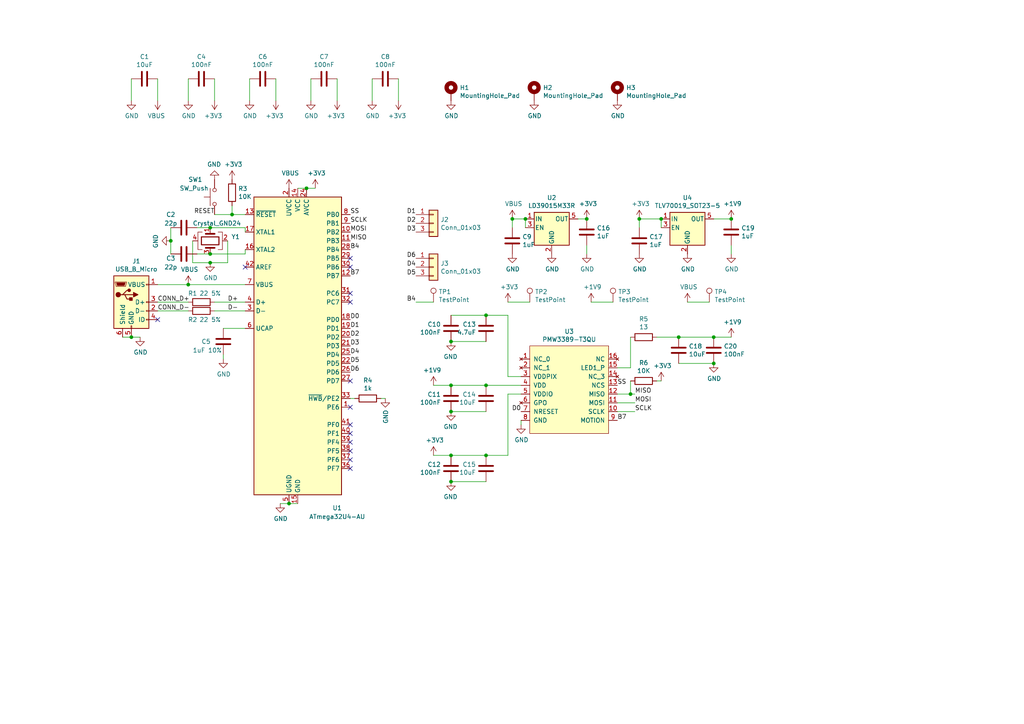
<source format=kicad_sch>
(kicad_sch (version 20211123) (generator eeschema)
  (paper "A4")
  (lib_symbols
    (symbol "Connector:TestPoint" (pin_numbers hide) (pin_names (offset 0.762) hide)
      (property "Reference" "TP" (at 0 6.858 0))
      (property "Value" "TestPoint" (at 0 5.08 0))
      (symbol "TestPoint_0_1"
        (circle (center 0 3.302) (radius 0.762))
      )
      (symbol "TestPoint_1_1"
        (pin passive line (at 0 0 90) (length 2.54) (name "1") (number "1"))
      )
    )
    (symbol "Connector:USB_B_Micro" (pin_names (offset 1.016))
      (property "Reference" "J" (at -5.08 11.43 0))
      (property "Value" "USB_B_Micro" (at -5.08 8.89 0))
      (symbol "USB_B_Micro_0_1"
        (rectangle (start -5.08 -7.62) (end 5.08 7.62) (stroke (width 0.254)) (fill (type background)))
        (circle (center -3.81 2.159) (radius 0.635) (stroke (width 0.254)) (fill (type outline)))
        (circle (center -0.635 3.429) (radius 0.381) (stroke (width 0.254)) (fill (type outline)))
        (rectangle (start -0.127 -7.62) (end 0.127 -6.858))
        (polyline (pts (xy -1.905 2.159) (xy 0.635 2.159)) (stroke (width 0.254)))
        (polyline (pts (xy -3.175 2.159) (xy -2.54 2.159) (xy -1.27 3.429) (xy -0.635 3.429)) (stroke (width 0.254)))
        (polyline (pts (xy -2.54 2.159) (xy -1.905 2.159) (xy -1.27 0.889) (xy 0 0.889)) (stroke (width 0.254)))
        (polyline (pts (xy 0.635 2.794) (xy 0.635 1.524) (xy 1.905 2.159) (xy 0.635 2.794)) (stroke (width 0.254)) (fill (type outline)))
        (polyline (pts (xy -4.318 5.588) (xy -1.778 5.588) (xy -2.032 4.826) (xy -4.064 4.826) (xy -4.318 5.588)) (fill (type outline)))
        (polyline (pts (xy -4.699 5.842) (xy -4.699 5.588) (xy -4.445 4.826) (xy -4.445 4.572) (xy -1.651 4.572) (xy -1.651 4.826) (xy -1.397 5.588) (xy -1.397 5.842) (xy -4.699 5.842)))
        (rectangle (start 0.254 1.27) (end -0.508 0.508) (stroke (width 0.254)) (fill (type outline)))
        (rectangle (start 5.08 -5.207) (end 4.318 -4.953))
        (rectangle (start 5.08 -2.667) (end 4.318 -2.413))
        (rectangle (start 5.08 -0.127) (end 4.318 0.127))
        (rectangle (start 5.08 4.953) (end 4.318 5.207))
      )
      (symbol "USB_B_Micro_1_1"
        (pin power_out line (at 7.62 5.08 180) (length 2.54) (name "VBUS") (number "1"))
        (pin bidirectional line (at 7.62 -2.54 180) (length 2.54) (name "D-") (number "2"))
        (pin bidirectional line (at 7.62 0 180) (length 2.54) (name "D+") (number "3"))
        (pin passive line (at 7.62 -5.08 180) (length 2.54) (name "ID") (number "4"))
        (pin power_out line (at 0 -10.16 90) (length 2.54) (name "GND") (number "5"))
        (pin passive line (at -2.54 -10.16 90) (length 2.54) (name "Shield") (number "6"))
      )
    )
    (symbol "Connector_Generic:Conn_01x03" (pin_names (offset 1.016) hide)
      (property "Reference" "J" (at 0 5.08 0))
      (property "Value" "Conn_01x03" (at 0 -5.08 0))
      (symbol "Conn_01x03_1_1"
        (rectangle (start -1.27 -2.413) (end 0 -2.667) (stroke (width 0.1524)))
        (rectangle (start -1.27 0.127) (end 0 -0.127) (stroke (width 0.1524)))
        (rectangle (start -1.27 2.667) (end 0 2.413) (stroke (width 0.1524)))
        (rectangle (start -1.27 3.81) (end 1.27 -3.81) (stroke (width 0.254)) (fill (type background)))
        (pin passive line (at -5.08 2.54 0) (length 3.81) (name "Pin_1") (number "1"))
        (pin passive line (at -5.08 0 0) (length 3.81) (name "Pin_2") (number "2"))
        (pin passive line (at -5.08 -2.54 0) (length 3.81) (name "Pin_3") (number "3"))
      )
    )
    (symbol "Custom:+1V9" (power) (pin_names (offset 0))
      (property "Value" "+1V9" (at 0 3.556 0))
      (symbol "+1V9_0_1"
        (polyline (pts (xy -0.762 1.27) (xy 0 2.54)))
        (polyline (pts (xy 0 0) (xy 0 2.54)))
        (polyline (pts (xy 0 2.54) (xy 0.762 1.27)))
      )
      (symbol "+1V9_1_1"
        (pin power_in line (at 0 0 90) (length 0) hide (name "+1V9") (number "1"))
      )
    )
    (symbol "Custom:PMW3389-T3QU" (pin_names (offset 1.016))
      (property "Reference" "U" (at 0 13.97 0))
      (property "Value" "PMW3389-T3QU" (at 0 16.51 0))
      (symbol "PMW3389-T3QU_0_1"
        (rectangle (start -11.43 11.43) (end 11.43 -13.97) (fill (type background)))
      )
      (symbol "PMW3389-T3QU_1_1"
        (pin no_connect line (at -13.97 7.62 0) (length 2.54) (name "NC_0") (number "1"))
        (pin input line (at 13.97 -7.62 180) (length 2.54) (name "SCLK") (number "10"))
        (pin input line (at 13.97 -5.08 180) (length 2.54) (name "MOSI") (number "11"))
        (pin output line (at 13.97 -2.54 180) (length 2.54) (name "MISO") (number "12"))
        (pin input line (at 13.97 0 180) (length 2.54) (name "NCS") (number "13"))
        (pin no_connect line (at 13.97 2.54 180) (length 2.54) (name "NC_3") (number "14"))
        (pin input line (at 13.97 5.08 180) (length 2.54) (name "LED1_P") (number "15"))
        (pin no_connect line (at 13.97 7.62 180) (length 2.54) (name "NC") (number "16"))
        (pin no_connect line (at -13.97 5.08 0) (length 2.54) (name "NC_1") (number "2"))
        (pin output line (at -13.97 2.54 0) (length 2.54) (name "VDDPIX") (number "3"))
        (pin power_in line (at -13.97 0 0) (length 2.54) (name "VDD") (number "4"))
        (pin power_in line (at -13.97 -2.54 0) (length 2.54) (name "VDDIO") (number "5"))
        (pin no_connect line (at -13.97 -5.08 0) (length 2.54) (name "GPO") (number "6"))
        (pin input line (at -13.97 -7.62 0) (length 2.54) (name "NRESET") (number "7"))
        (pin power_in line (at -13.97 -10.16 0) (length 2.54) (name "GND") (number "8"))
        (pin output line (at 13.97 -10.16 180) (length 2.54) (name "MOTION") (number "9"))
      )
    )
    (symbol "Device:C" (pin_numbers hide) (pin_names (offset 0.254))
      (property "Reference" "C" (at 0.635 2.54 0))
      (property "Value" "C" (at 0.635 -2.54 0))
      (symbol "C_0_1"
        (polyline (pts (xy -2.032 -0.762) (xy 2.032 -0.762)) (stroke (width 0.508)))
        (polyline (pts (xy -2.032 0.762) (xy 2.032 0.762)) (stroke (width 0.508)))
      )
      (symbol "C_1_1"
        (pin passive line (at 0 3.81 270) (length 2.794) (name "~") (number "1"))
        (pin passive line (at 0 -3.81 90) (length 2.794) (name "~") (number "2"))
      )
    )
    (symbol "Device:Crystal_GND24" (pin_names (offset 1.016) hide)
      (property "Reference" "Y" (at 3.175 5.08 0))
      (property "Value" "Crystal_GND24" (at 3.175 3.175 0))
      (symbol "Crystal_GND24_0_1"
        (rectangle (start -1.143 2.54) (end 1.143 -2.54) (stroke (width 0.3048)))
        (polyline (pts (xy -2.54 0) (xy -2.032 0)))
        (polyline (pts (xy -2.032 -1.27) (xy -2.032 1.27)) (stroke (width 0.508)))
        (polyline (pts (xy 0 -3.81) (xy 0 -3.556)))
        (polyline (pts (xy 0 3.556) (xy 0 3.81)))
        (polyline (pts (xy 2.032 -1.27) (xy 2.032 1.27)) (stroke (width 0.508)))
        (polyline (pts (xy 2.032 0) (xy 2.54 0)))
        (polyline (pts (xy -2.54 -2.286) (xy -2.54 -3.556) (xy 2.54 -3.556) (xy 2.54 -2.286)))
        (polyline (pts (xy -2.54 2.286) (xy -2.54 3.556) (xy 2.54 3.556) (xy 2.54 2.286)))
      )
      (symbol "Crystal_GND24_1_1"
        (pin passive line (at -3.81 0 0) (length 1.27) (name "1") (number "1"))
        (pin passive line (at 0 5.08 270) (length 1.27) (name "2") (number "2"))
        (pin passive line (at 3.81 0 180) (length 1.27) (name "3") (number "3"))
        (pin passive line (at 0 -5.08 90) (length 1.27) (name "4") (number "4"))
      )
    )
    (symbol "Device:R" (pin_numbers hide) (pin_names (offset 0))
      (property "Reference" "R" (at 2.032 0 90))
      (property "Value" "R" (at 0 0 90))
      (symbol "R_0_1"
        (rectangle (start -1.016 -2.54) (end 1.016 2.54) (stroke (width 0.254)))
      )
      (symbol "R_1_1"
        (pin passive line (at 0 3.81 270) (length 1.27) (name "~") (number "1"))
        (pin passive line (at 0 -3.81 90) (length 1.27) (name "~") (number "2"))
      )
    )
    (symbol "MCU_Microchip_ATmega:ATmega32U4-A"
      (property "Reference" "U" (at -12.7 44.45 0))
      (property "Value" "ATmega32U4-A" (at 2.54 -44.45 0))
      (symbol "ATmega32U4-A_0_1"
        (rectangle (start -12.7 -43.18) (end 12.7 43.18) (stroke (width 0.254)) (fill (type background)))
      )
      (symbol "ATmega32U4-A_1_1"
        (pin bidirectional line (at 15.24 -17.78 180) (length 2.54) (name "PE6") (number "1"))
        (pin bidirectional line (at 15.24 33.02 180) (length 2.54) (name "PB2") (number "10"))
        (pin bidirectional line (at 15.24 30.48 180) (length 2.54) (name "PB3") (number "11"))
        (pin bidirectional line (at 15.24 20.32 180) (length 2.54) (name "PB7") (number "12"))
        (pin input line (at -15.24 38.1 0) (length 2.54) (name "~{RESET}") (number "13"))
        (pin power_in line (at 0 45.72 270) (length 2.54) (name "VCC") (number "14"))
        (pin power_in line (at 0 -45.72 90) (length 2.54) (name "GND") (number "15"))
        (pin output line (at -15.24 27.94 0) (length 2.54) (name "XTAL2") (number "16"))
        (pin input line (at -15.24 33.02 0) (length 2.54) (name "XTAL1") (number "17"))
        (pin bidirectional line (at 15.24 7.62 180) (length 2.54) (name "PD0") (number "18"))
        (pin bidirectional line (at 15.24 5.08 180) (length 2.54) (name "PD1") (number "19"))
        (pin power_in line (at -2.54 45.72 270) (length 2.54) (name "UVCC") (number "2"))
        (pin bidirectional line (at 15.24 2.54 180) (length 2.54) (name "PD2") (number "20"))
        (pin bidirectional line (at 15.24 0 180) (length 2.54) (name "PD3") (number "21"))
        (pin bidirectional line (at 15.24 -5.08 180) (length 2.54) (name "PD5") (number "22"))
        (pin passive line (at 0 -45.72 90) (length 2.54) hide (name "GND") (number "23"))
        (pin power_in line (at 2.54 45.72 270) (length 2.54) (name "AVCC") (number "24"))
        (pin bidirectional line (at 15.24 -2.54 180) (length 2.54) (name "PD4") (number "25"))
        (pin bidirectional line (at 15.24 -7.62 180) (length 2.54) (name "PD6") (number "26"))
        (pin bidirectional line (at 15.24 -10.16 180) (length 2.54) (name "PD7") (number "27"))
        (pin bidirectional line (at 15.24 27.94 180) (length 2.54) (name "PB4") (number "28"))
        (pin bidirectional line (at 15.24 25.4 180) (length 2.54) (name "PB5") (number "29"))
        (pin bidirectional line (at -15.24 10.16 0) (length 2.54) (name "D-") (number "3"))
        (pin bidirectional line (at 15.24 22.86 180) (length 2.54) (name "PB6") (number "30"))
        (pin bidirectional line (at 15.24 15.24 180) (length 2.54) (name "PC6") (number "31"))
        (pin bidirectional line (at 15.24 12.7 180) (length 2.54) (name "PC7") (number "32"))
        (pin bidirectional line (at 15.24 -15.24 180) (length 2.54) (name "~{HWB}/PE2") (number "33"))
        (pin passive line (at 0 45.72 270) (length 2.54) hide (name "VCC") (number "34"))
        (pin passive line (at 0 -45.72 90) (length 2.54) hide (name "GND") (number "35"))
        (pin bidirectional line (at 15.24 -35.56 180) (length 2.54) (name "PF7") (number "36"))
        (pin bidirectional line (at 15.24 -33.02 180) (length 2.54) (name "PF6") (number "37"))
        (pin bidirectional line (at 15.24 -30.48 180) (length 2.54) (name "PF5") (number "38"))
        (pin bidirectional line (at 15.24 -27.94 180) (length 2.54) (name "PF4") (number "39"))
        (pin bidirectional line (at -15.24 12.7 0) (length 2.54) (name "D+") (number "4"))
        (pin bidirectional line (at 15.24 -25.4 180) (length 2.54) (name "PF1") (number "40"))
        (pin bidirectional line (at 15.24 -22.86 180) (length 2.54) (name "PF0") (number "41"))
        (pin passive line (at -15.24 22.86 0) (length 2.54) (name "AREF") (number "42"))
        (pin passive line (at 0 -45.72 90) (length 2.54) hide (name "GND") (number "43"))
        (pin passive line (at 2.54 45.72 270) (length 2.54) hide (name "AVCC") (number "44"))
        (pin passive line (at -2.54 -45.72 90) (length 2.54) (name "UGND") (number "5"))
        (pin passive line (at -15.24 5.08 0) (length 2.54) (name "UCAP") (number "6"))
        (pin input line (at -15.24 17.78 0) (length 2.54) (name "VBUS") (number "7"))
        (pin bidirectional line (at 15.24 38.1 180) (length 2.54) (name "PB0") (number "8"))
        (pin bidirectional line (at 15.24 35.56 180) (length 2.54) (name "PB1") (number "9"))
      )
    )
    (symbol "Mechanical:MountingHole_Pad" (pin_numbers hide) (pin_names (offset 1.016) hide)
      (property "Reference" "H" (at 0 6.35 0))
      (property "Value" "MountingHole_Pad" (at 0 4.445 0))
      (symbol "MountingHole_Pad_0_1"
        (circle (center 0 1.27) (radius 1.27) (stroke (width 1.27)))
      )
      (symbol "MountingHole_Pad_1_1"
        (pin input line (at 0 -2.54 90) (length 2.54) (name "1") (number "1"))
      )
    )
    (symbol "Regulator_Linear:LD39015M33R" (pin_names (offset 0.254))
      (property "Reference" "U" (at -3.81 5.715 0))
      (property "Value" "LD39015M33R" (at 0 5.715 0))
      (symbol "LD39015M33R_0_1"
        (rectangle (start -5.08 4.445) (end 5.08 -5.08) (stroke (width 0.254)) (fill (type background)))
      )
      (symbol "LD39015M33R_1_1"
        (pin power_in line (at -7.62 2.54 0) (length 2.54) (name "IN") (number "1"))
        (pin power_in line (at 0 -7.62 90) (length 2.54) (name "GND") (number "2"))
        (pin input line (at -7.62 0 0) (length 2.54) (name "EN") (number "3"))
        (pin no_connect line (at 5.08 0 180) (length 2.54) hide (name "NC") (number "4"))
        (pin power_out line (at 7.62 2.54 180) (length 2.54) (name "OUT") (number "5"))
      )
    )
    (symbol "Regulator_Linear:TLV70019_SOT23-5" (pin_names (offset 0.254))
      (property "Reference" "U" (at -3.81 5.715 0))
      (property "Value" "TLV70019_SOT23-5" (at 0 5.715 0))
      (symbol "TLV70019_SOT23-5_0_1"
        (rectangle (start -5.08 4.445) (end 5.08 -5.08) (stroke (width 0.254)) (fill (type background)))
      )
      (symbol "TLV70019_SOT23-5_1_1"
        (pin power_in line (at -7.62 2.54 0) (length 2.54) (name "IN") (number "1"))
        (pin power_in line (at 0 -7.62 90) (length 2.54) (name "GND") (number "2"))
        (pin input line (at -7.62 0 0) (length 2.54) (name "EN") (number "3"))
        (pin no_connect line (at 5.08 0 180) (length 2.54) hide (name "NC") (number "4"))
        (pin power_out line (at 7.62 2.54 180) (length 2.54) (name "OUT") (number "5"))
      )
    )
    (symbol "Switch:SW_Push" (pin_numbers hide) (pin_names (offset 1.016) hide)
      (property "Reference" "SW" (at 1.27 2.54 0))
      (property "Value" "SW_Push" (at 0 -1.524 0))
      (symbol "SW_Push_0_1"
        (circle (center -2.032 0) (radius 0.508))
        (polyline (pts (xy 0 1.27) (xy 0 3.048)))
        (polyline (pts (xy 2.54 1.27) (xy -2.54 1.27)))
        (circle (center 2.032 0) (radius 0.508))
        (pin passive line (at -5.08 0 0) (length 2.54) (name "1") (number "1"))
        (pin passive line (at 5.08 0 180) (length 2.54) (name "2") (number "2"))
      )
    )
    (symbol "power:+3.3V" (power) (pin_names (offset 0))
      (property "Value" "+3.3V" (at 0 3.556 0))
      (symbol "+3.3V_0_1"
        (polyline (pts (xy -0.762 1.27) (xy 0 2.54)))
        (polyline (pts (xy 0 0) (xy 0 2.54)))
        (polyline (pts (xy 0 2.54) (xy 0.762 1.27)))
      )
      (symbol "+3.3V_1_1"
        (pin power_in line (at 0 0 90) (length 0) hide (name "+3V3") (number "1"))
      )
    )
    (symbol "power:GND" (power) (pin_names (offset 0))
      (property "Value" "GND" (at 0 -3.81 0))
      (symbol "GND_0_1"
        (polyline (pts (xy 0 0) (xy 0 -1.27) (xy 1.27 -1.27) (xy 0 -2.54) (xy -1.27 -1.27) (xy 0 -1.27)))
      )
      (symbol "GND_1_1"
        (pin power_in line (at 0 0 270) (length 0) hide (name "GND") (number "1"))
      )
    )
    (symbol "power:VBUS" (power) (pin_names (offset 0))
      (property "Value" "VBUS" (at 0 3.81 0))
      (symbol "VBUS_0_1"
        (polyline (pts (xy -0.762 1.27) (xy 0 2.54)))
        (polyline (pts (xy 0 0) (xy 0 2.54)))
        (polyline (pts (xy 0 2.54) (xy 0.762 1.27)))
      )
      (symbol "VBUS_1_1"
        (pin power_in line (at 0 0 90) (length 0) hide (name "VBUS") (number "1"))
      )
    )
  )
  (junction (at 83.82 146.05))
  (junction (at 130.81 139.7))
  (junction (at 148.59 63.5))
  (junction (at 130.81 111.76))
  (junction (at 130.81 119.38))
  (junction (at 130.81 132.08))
  (junction (at 130.81 99.06))
  (junction (at 38.1 97.79))
  (junction (at 152.4 63.5))
  (junction (at 170.18 63.5))
  (junction (at 60.96 73.66))
  (junction (at 67.31 62.23))
  (junction (at 60.96 76.2))
  (junction (at 60.96 66.04))
  (junction (at 49.53 69.85))
  (junction (at 140.97 111.76))
  (junction (at 140.97 132.08))
  (junction (at 88.9 54.61))
  (junction (at 185.42 63.5))
  (junction (at 212.09 63.5))
  (junction (at 54.61 82.55))
  (junction (at 207.01 97.79))
  (junction (at 140.97 91.44))
  (junction (at 207.01 105.41))
  (junction (at 196.85 97.79))
  (junction (at 182.88 114.3))
  (junction (at 191.77 63.5))
  (no_connect (at 71.12 77.47))
  (no_connect (at 101.6 77.47))
  (no_connect (at 101.6 125.73))
  (no_connect (at 45.72 92.71))
  (no_connect (at 101.6 133.35))
  (no_connect (at 101.6 130.81))
  (no_connect (at 101.6 118.11))
  (no_connect (at 101.6 123.19))
  (no_connect (at 101.6 128.27))
  (no_connect (at 101.6 110.49))
  (no_connect (at 101.6 74.93))
  (no_connect (at 101.6 87.63))
  (no_connect (at 101.6 85.09))
  (no_connect (at 101.6 135.89))
  (wire (pts (xy 88.9 54.61) (xy 91.44 54.61)))
  (wire (pts (xy 151.13 114.3) (xy 147.32 114.3)))
  (wire (pts (xy 184.15 114.3) (xy 182.88 114.3)))
  (wire (pts (xy 130.81 111.76) (xy 125.73 111.76)))
  (wire (pts (xy 97.79 29.21) (xy 97.79 22.86)))
  (wire (pts (xy 179.07 119.38) (xy 184.15 119.38)))
  (wire (pts (xy 62.23 62.23) (xy 67.31 62.23)))
  (wire (pts (xy 101.6 115.57) (xy 102.87 115.57)))
  (wire (pts (xy 38.1 97.79) (xy 40.64 97.79)))
  (wire (pts (xy 191.77 66.04) (xy 191.77 63.5)))
  (wire (pts (xy 45.72 82.55) (xy 54.61 82.55)))
  (wire (pts (xy 66.04 76.2) (xy 66.04 69.85)))
  (wire (pts (xy 57.15 66.04) (xy 60.96 66.04)))
  (wire (pts (xy 170.18 71.12) (xy 170.18 73.66)))
  (wire (pts (xy 153.67 87.63) (xy 147.32 87.63)))
  (wire (pts (xy 151.13 123.19) (xy 151.13 121.92)))
  (wire (pts (xy 147.32 132.08) (xy 140.97 132.08)))
  (wire (pts (xy 55.88 76.2) (xy 60.96 76.2)))
  (wire (pts (xy 185.42 63.5) (xy 191.77 63.5)))
  (wire (pts (xy 140.97 119.38) (xy 130.81 119.38)))
  (wire (pts (xy 115.57 29.21) (xy 115.57 22.86)))
  (wire (pts (xy 140.97 111.76) (xy 130.81 111.76)))
  (wire (pts (xy 140.97 132.08) (xy 130.81 132.08)))
  (wire (pts (xy 71.12 73.66) (xy 71.12 72.39)))
  (wire (pts (xy 54.61 29.21) (xy 54.61 22.86)))
  (wire (pts (xy 86.36 54.61) (xy 88.9 54.61)))
  (wire (pts (xy 140.97 91.44) (xy 147.32 91.44)))
  (wire (pts (xy 45.72 29.21) (xy 45.72 22.86)))
  (wire (pts (xy 140.97 139.7) (xy 130.81 139.7)))
  (wire (pts (xy 130.81 132.08) (xy 125.73 132.08)))
  (wire (pts (xy 60.96 73.66) (xy 71.12 73.66)))
  (wire (pts (xy 207.01 97.79) (xy 212.09 97.79)))
  (wire (pts (xy 182.88 106.68) (xy 182.88 97.79)))
  (wire (pts (xy 54.61 82.55) (xy 71.12 82.55)))
  (wire (pts (xy 152.4 66.04) (xy 152.4 63.5)))
  (wire (pts (xy 148.59 63.5) (xy 152.4 63.5)))
  (wire (pts (xy 212.09 71.12) (xy 212.09 73.66)))
  (wire (pts (xy 151.13 111.76) (xy 140.97 111.76)))
  (wire (pts (xy 196.85 105.41) (xy 207.01 105.41)))
  (wire (pts (xy 49.53 69.85) (xy 49.53 73.66)))
  (wire (pts (xy 130.81 91.44) (xy 140.97 91.44)))
  (wire (pts (xy 67.31 59.69) (xy 67.31 62.23)))
  (wire (pts (xy 55.88 69.85) (xy 55.88 76.2)))
  (wire (pts (xy 57.15 73.66) (xy 60.96 73.66)))
  (wire (pts (xy 190.5 110.49) (xy 191.77 110.49)))
  (wire (pts (xy 147.32 114.3) (xy 147.32 132.08)))
  (wire (pts (xy 80.01 29.21) (xy 80.01 22.86)))
  (wire (pts (xy 120.65 87.63) (xy 125.73 87.63)))
  (wire (pts (xy 81.28 146.05) (xy 83.82 146.05)))
  (wire (pts (xy 148.59 66.04) (xy 148.59 63.5)))
  (wire (pts (xy 64.77 104.14) (xy 64.77 102.87)))
  (wire (pts (xy 38.1 29.21) (xy 38.1 22.86)))
  (wire (pts (xy 147.32 109.22) (xy 147.32 91.44)))
  (wire (pts (xy 62.23 29.21) (xy 62.23 22.86)))
  (wire (pts (xy 182.88 114.3) (xy 182.88 110.49)))
  (wire (pts (xy 71.12 66.04) (xy 71.12 67.31)))
  (wire (pts (xy 207.01 63.5) (xy 212.09 63.5)))
  (wire (pts (xy 151.13 109.22) (xy 147.32 109.22)))
  (wire (pts (xy 90.17 29.21) (xy 90.17 22.86)))
  (wire (pts (xy 62.23 90.17) (xy 71.12 90.17)))
  (wire (pts (xy 60.96 76.2) (xy 66.04 76.2)))
  (wire (pts (xy 185.42 66.04) (xy 185.42 63.5)))
  (wire (pts (xy 62.23 87.63) (xy 71.12 87.63)))
  (wire (pts (xy 167.64 63.5) (xy 170.18 63.5)))
  (wire (pts (xy 67.31 62.23) (xy 71.12 62.23)))
  (wire (pts (xy 49.53 66.04) (xy 49.53 69.85)))
  (wire (pts (xy 107.95 29.21) (xy 107.95 22.86)))
  (wire (pts (xy 140.97 99.06) (xy 130.81 99.06)))
  (wire (pts (xy 190.5 97.79) (xy 196.85 97.79)))
  (wire (pts (xy 45.72 87.63) (xy 54.61 87.63)))
  (wire (pts (xy 196.85 97.79) (xy 207.01 97.79)))
  (wire (pts (xy 171.45 87.63) (xy 177.8 87.63)))
  (wire (pts (xy 199.39 87.63) (xy 205.74 87.63)))
  (wire (pts (xy 35.56 97.79) (xy 38.1 97.79)))
  (wire (pts (xy 179.07 114.3) (xy 182.88 114.3)))
  (wire (pts (xy 83.82 146.05) (xy 86.36 146.05)))
  (wire (pts (xy 60.96 66.04) (xy 71.12 66.04)))
  (wire (pts (xy 179.07 116.84) (xy 184.15 116.84)))
  (wire (pts (xy 64.77 95.25) (xy 71.12 95.25)))
  (wire (pts (xy 110.49 115.57) (xy 111.76 115.57)))
  (wire (pts (xy 179.07 106.68) (xy 182.88 106.68)))
  (wire (pts (xy 72.39 29.21) (xy 72.39 22.86)))
  (wire (pts (xy 45.72 90.17) (xy 54.61 90.17)))
  (label "D5" (at 101.6 105.41 0))
  (label "CONN_D-" (at 45.72 90.17 0))
  (label "B7" (at 179.07 121.92 0))
  (label "D6" (at 101.6 107.95 0))
  (label "D4" (at 120.65 77.47 180))
  (label "D+" (at 66.04 87.63 0))
  (label "MISO" (at 101.6 69.85 0))
  (label "D2" (at 120.65 64.77 180))
  (label "D2" (at 101.6 97.79 0))
  (label "D5" (at 120.65 80.01 180))
  (label "SS" (at 179.07 111.76 0))
  (label "RESET" (at 62.23 62.23 180))
  (label "MOSI" (at 184.15 116.84 0))
  (label "D1" (at 101.6 95.25 0))
  (label "B4" (at 101.6 72.39 0))
  (label "CONN_D+" (at 45.72 87.63 0))
  (label "B4" (at 120.65 87.63 180))
  (label "D0" (at 101.6 92.71 0))
  (label "SS" (at 101.6 62.23 0))
  (label "SCLK" (at 184.15 119.38 0))
  (label "D0" (at 151.13 119.38 180))
  (label "MISO" (at 184.15 114.3 0))
  (label "D-" (at 66.04 90.17 0))
  (label "D3" (at 120.65 67.31 180))
  (label "MOSI" (at 101.6 67.31 0))
  (label "D3" (at 101.6 100.33 0))
  (label "D6" (at 120.65 74.93 180))
  (label "SCLK" (at 101.6 64.77 0))
  (label "D1" (at 120.65 62.23 180))
  (label "B7" (at 101.6 80.01 0))
  (label "D4" (at 101.6 102.87 0))
  (symbol (lib_id "MCU_Microchip_ATmega:ATmega32U4-A") (at 86.36 100.33 0) (unit 1)
    (property "Reference" "U1" (at 97.79 147.32 0))
    (property "Value" "ATmega32U4-AU" (at 97.79 149.86 0))
    (property "Footprint" "Custom:TQFP-44_10x10mm_P0.8mm_Countoured" (effects hide))
    (property "Datasheet" "http://ww1.microchip.com/downloads/en/DeviceDoc/Atmel-7766-8-bit-AVR-ATmega16U4-32U4_Datasheet.pdf" (effects hide))
  )
  (symbol (lib_id "Device:R") (at 67.31 55.88 0) (unit 1)
    (property "Reference" "R3" (at 69.088 54.7116 0) (effects (justify left)))
    (property "Value" "10K" (at 69.088 57.023 0) (effects (justify left)))
    (property "Footprint" "Resistor_SMD:R_0603_1608Metric_Pad0.98x0.95mm_HandSolder" (effects hide))
  )
  (symbol (lib_id "Device:C") (at 64.77 99.06 0) (unit 1)
    (property "Reference" "C5" (at 58.42 99.06 0) (effects (justify left)))
    (property "Value" "1uF 10%" (at 55.88 101.6 0) (effects (justify left)))
    (property "Footprint" "Capacitor_SMD:C_0603_1608Metric_Pad1.08x0.95mm_HandSolder" (effects hide))
  )
  (symbol (lib_id "power:GND") (at 64.77 104.14 0) (unit 1)
    (property "Reference" "#PWR010" (effects hide))
    (property "Value" "GND" (at 64.897 108.5342 0))
  )
  (symbol (lib_id "power:GND") (at 81.28 146.05 0) (unit 1)
    (property "Reference" "#PWR014" (effects hide))
    (property "Value" "GND" (at 81.407 150.4442 0))
  )
  (symbol (lib_id "Device:C") (at 53.34 66.04 270) (unit 1)
    (property "Reference" "C2" (at 49.53 62.23 90))
    (property "Value" "22p" (at 49.53 64.77 90))
    (property "Footprint" "Capacitor_SMD:C_0603_1608Metric_Pad1.08x0.95mm_HandSolder" (effects hide))
  )
  (symbol (lib_id "Device:C") (at 53.34 73.66 270) (unit 1)
    (property "Reference" "C3" (at 49.53 74.93 90))
    (property "Value" "22p" (at 49.53 77.47 90))
    (property "Footprint" "Capacitor_SMD:C_0603_1608Metric_Pad1.08x0.95mm_HandSolder" (effects hide))
  )
  (symbol (lib_id "power:GND") (at 49.53 69.85 270) (unit 1)
    (property "Reference" "#PWR04" (effects hide))
    (property "Value" "GND" (at 45.1358 69.977 0))
  )
  (symbol (lib_id "Device:R") (at 58.42 87.63 270) (unit 1)
    (property "Reference" "R1" (at 55.88 85.09 90))
    (property "Value" "22 5%" (at 60.96 85.09 90))
    (property "Footprint" "Resistor_SMD:R_0603_1608Metric_Pad0.98x0.95mm_HandSolder" (effects hide))
  )
  (symbol (lib_id "Device:R") (at 58.42 90.17 270) (unit 1)
    (property "Reference" "R2" (at 55.88 92.71 90))
    (property "Value" "22 5%" (at 60.96 92.71 90))
    (property "Footprint" "Resistor_SMD:R_0603_1608Metric_Pad0.98x0.95mm_HandSolder" (effects hide))
  )
  (symbol (lib_id "power:GND") (at 40.64 97.79 0) (unit 1)
    (property "Reference" "#PWR02" (effects hide))
    (property "Value" "GND" (at 40.767 102.1842 0))
  )
  (symbol (lib_id "Device:C") (at 41.91 22.86 270) (unit 1)
    (property "Reference" "C1" (at 41.91 16.4592 90))
    (property "Value" "10uF" (at 41.91 18.7706 90))
    (property "Footprint" "Capacitor_SMD:C_0603_1608Metric_Pad1.08x0.95mm_HandSolder" (effects hide))
  )
  (symbol (lib_id "power:GND") (at 38.1 29.21 0) (unit 1)
    (property "Reference" "#PWR01" (effects hide))
    (property "Value" "GND" (at 38.227 33.6042 0))
  )
  (symbol (lib_id "Device:C") (at 93.98 22.86 270) (unit 1)
    (property "Reference" "C7" (at 93.98 16.4592 90))
    (property "Value" "100nF" (at 93.98 18.7706 90))
    (property "Footprint" "Capacitor_SMD:C_0603_1608Metric_Pad1.08x0.95mm_HandSolder" (effects hide))
  )
  (symbol (lib_id "power:GND") (at 90.17 29.21 0) (unit 1)
    (property "Reference" "#PWR016" (effects hide))
    (property "Value" "GND" (at 90.297 33.6042 0))
  )
  (symbol (lib_id "Device:C") (at 76.2 22.86 270) (unit 1)
    (property "Reference" "C6" (at 76.2 16.4592 90))
    (property "Value" "100nF" (at 76.2 18.7706 90))
    (property "Footprint" "Capacitor_SMD:C_0603_1608Metric_Pad1.08x0.95mm_HandSolder" (effects hide))
  )
  (symbol (lib_id "power:GND") (at 72.39 29.21 0) (unit 1)
    (property "Reference" "#PWR012" (effects hide))
    (property "Value" "GND" (at 72.517 33.6042 0))
  )
  (symbol (lib_id "Device:C") (at 111.76 22.86 270) (unit 1)
    (property "Reference" "C8" (at 111.76 16.4592 90))
    (property "Value" "100nF" (at 111.76 18.7706 90))
    (property "Footprint" "Capacitor_SMD:C_0603_1608Metric_Pad1.08x0.95mm_HandSolder" (effects hide))
  )
  (symbol (lib_id "power:GND") (at 107.95 29.21 0) (unit 1)
    (property "Reference" "#PWR019" (effects hide))
    (property "Value" "GND" (at 108.077 33.6042 0))
  )
  (symbol (lib_id "Device:C") (at 58.42 22.86 270) (unit 1)
    (property "Reference" "C4" (at 58.42 16.4592 90))
    (property "Value" "100nF" (at 58.42 18.7706 90))
    (property "Footprint" "Capacitor_SMD:C_0603_1608Metric_Pad1.08x0.95mm_HandSolder" (effects hide))
  )
  (symbol (lib_id "power:GND") (at 54.61 29.21 0) (unit 1)
    (property "Reference" "#PWR05" (effects hide))
    (property "Value" "GND" (at 54.737 33.6042 0))
  )
  (symbol (lib_id "Device:Crystal_GND24") (at 60.96 69.85 270) (unit 1)
    (property "Reference" "Y1" (at 67.0814 68.6816 90) (effects (justify left)))
    (property "Value" "Crystal_GND24" (at 55.88 64.77 90) (effects (justify left)))
    (property "Footprint" "Custom:Crystal_SMD_Abracon_ABM3B-4Pin_5.0x3.2mm_HandSoldering" (effects hide))
  )
  (symbol (lib_id "power:GND") (at 60.96 76.2 0) (unit 1)
    (property "Reference" "#PWR07" (effects hide))
    (property "Value" "GND" (at 61.087 80.5942 0))
  )
  (symbol (lib_id "power:GND") (at 151.13 123.19 0) (unit 1)
    (property "Reference" "#PWR030" (effects hide))
    (property "Value" "GND" (at 151.257 127.5842 0))
  )
  (symbol (lib_id "Device:R") (at 106.68 115.57 270) (unit 1)
    (property "Reference" "R4" (at 106.68 110.3122 90))
    (property "Value" "1k" (at 106.68 112.6236 90))
    (property "Footprint" "Resistor_SMD:R_0603_1608Metric_Pad0.98x0.95mm_HandSolder" (effects hide))
  )
  (symbol (lib_id "power:GND") (at 111.76 115.57 0) (unit 1)
    (property "Reference" "#PWR020" (effects hide))
    (property "Value" "GND" (at 111.887 118.8212 90) (effects (justify right)))
  )
  (symbol (lib_id "power:GND") (at 62.23 52.07 180) (unit 1)
    (property "Reference" "#PWR09" (effects hide))
    (property "Value" "GND" (at 62.103 47.6758 0))
  )
  (symbol (lib_id "Switch:SW_Push") (at 62.23 57.15 90) (unit 1)
    (property "Reference" "SW1" (at 54.61 52.07 90) (effects (justify right)))
    (property "Value" "SW_Push" (at 52.07 54.61 90) (effects (justify right)))
    (property "Footprint" "Button_Switch_SMD:SW_SPST_TL3305B" (effects hide))
  )
  (symbol (lib_id "Regulator_Linear:LD39015M33R") (at 160.02 66.04 0) (unit 1)
    (property "Reference" "U2" (at 160.02 57.3532 0))
    (property "Value" "LD39015M33R" (at 160.02 59.6646 0))
    (property "Footprint" "Package_TO_SOT_SMD:SOT-23-5_HandSoldering" (effects hide))
    (property "Datasheet" "http://www.st.com/resource/en/datasheet/ld39015.pdf" (effects hide))
  )
  (symbol (lib_id "Device:C") (at 148.59 69.85 0) (unit 1)
    (property "Reference" "C9" (at 151.511 68.6816 0) (effects (justify left)))
    (property "Value" "1uF" (at 151.511 70.993 0) (effects (justify left)))
    (property "Footprint" "Capacitor_SMD:C_0603_1608Metric_Pad1.08x0.95mm_HandSolder" (effects hide))
  )
  (symbol (lib_id "power:GND") (at 148.59 73.66 0) (unit 1)
    (property "Reference" "#PWR025" (effects hide))
    (property "Value" "GND" (at 148.717 78.0542 0))
  )
  (symbol (lib_id "power:GND") (at 170.18 73.66 0) (unit 1)
    (property "Reference" "#PWR032" (effects hide))
    (property "Value" "GND" (at 170.307 78.0542 0))
  )
  (symbol (lib_id "Device:C") (at 170.18 67.31 0) (unit 1)
    (property "Reference" "C16" (at 173.101 66.1416 0) (effects (justify left)))
    (property "Value" "1uF" (at 173.101 68.453 0) (effects (justify left)))
    (property "Footprint" "Capacitor_SMD:C_0603_1608Metric_Pad1.08x0.95mm_HandSolder" (effects hide))
  )
  (symbol (lib_id "power:+3.3V") (at 185.42 63.5 0) (unit 1)
    (property "Reference" "#PWR033" (effects hide))
    (property "Value" "+3.3V" (at 185.801 59.1058 0))
  )
  (symbol (lib_id "power:GND") (at 199.39 73.66 0) (unit 1)
    (property "Reference" "#PWR035" (effects hide))
    (property "Value" "GND" (at 199.517 78.0542 0))
  )
  (symbol (lib_id "Device:C") (at 185.42 69.85 0) (unit 1)
    (property "Reference" "C17" (at 188.341 68.6816 0) (effects (justify left)))
    (property "Value" "1uF" (at 188.341 70.993 0) (effects (justify left)))
    (property "Footprint" "Capacitor_SMD:C_0603_1608Metric_Pad1.08x0.95mm_HandSolder" (effects hide))
  )
  (symbol (lib_id "power:GND") (at 185.42 73.66 0) (unit 1)
    (property "Reference" "#PWR034" (effects hide))
    (property "Value" "GND" (at 185.547 78.0542 0))
  )
  (symbol (lib_id "power:GND") (at 212.09 73.66 0) (unit 1)
    (property "Reference" "#PWR038" (effects hide))
    (property "Value" "GND" (at 212.217 78.0542 0))
  )
  (symbol (lib_id "Device:C") (at 212.09 67.31 0) (unit 1)
    (property "Reference" "C19" (at 215.011 66.1416 0) (effects (justify left)))
    (property "Value" "1uF" (at 215.011 68.453 0) (effects (justify left)))
    (property "Footprint" "Capacitor_SMD:C_0603_1608Metric_Pad1.08x0.95mm_HandSolder" (effects hide))
  )
  (symbol (lib_id "power:+3.3V") (at 170.18 63.5 0) (unit 1)
    (property "Reference" "#PWR031" (effects hide))
    (property "Value" "+3.3V" (at 170.561 59.1058 0))
  )
  (symbol (lib_id "power:+3.3V") (at 91.44 54.61 0) (unit 1)
    (property "Reference" "#PWR017" (effects hide))
    (property "Value" "+3.3V" (at 91.821 50.2158 0))
  )
  (symbol (lib_id "power:VBUS") (at 83.82 54.61 0) (unit 1)
    (property "Reference" "#PWR015" (effects hide))
    (property "Value" "VBUS" (at 84.201 50.2158 0))
  )
  (symbol (lib_id "power:VBUS") (at 54.61 82.55 0) (unit 1)
    (property "Reference" "#PWR06" (effects hide))
    (property "Value" "VBUS" (at 54.991 78.1558 0))
  )
  (symbol (lib_id "power:VBUS") (at 148.59 63.5 0) (unit 1)
    (property "Reference" "#PWR024" (effects hide))
    (property "Value" "VBUS" (at 148.971 59.1058 0))
  )
  (symbol (lib_id "Custom:PMW3389-T3QU") (at 165.1 111.76 0) (unit 1)
    (property "Reference" "U3" (at 165.1 96.139 0))
    (property "Value" "PMW3389-T3QU" (at 165.1 98.4504 0))
    (property "Footprint" "Custom:PMW3389DM-T3QU" (effects hide))
  )
  (symbol (lib_id "Custom:+1V9") (at 212.09 63.5 0) (unit 1)
    (property "Reference" "#PWR037" (effects hide))
    (property "Value" "+1V9" (at 212.471 59.1058 0))
  )
  (symbol (lib_id "power:GND") (at 160.02 73.66 0) (unit 1)
    (property "Reference" "#PWR029" (effects hide))
    (property "Value" "GND" (at 160.147 78.0542 0))
  )
  (symbol (lib_id "Regulator_Linear:TLV70019_SOT23-5") (at 199.39 66.04 0) (unit 1)
    (property "Reference" "U4" (at 199.39 57.3532 0))
    (property "Value" "TLV70019_SOT23-5" (at 199.39 59.6646 0))
    (property "Footprint" "Package_TO_SOT_SMD:SOT-23-5_HandSoldering" (effects hide))
    (property "Datasheet" "http://www.ti.com/lit/ds/symlink/tlv700.pdf" (effects hide))
  )
  (symbol (lib_id "Mechanical:MountingHole_Pad") (at 130.81 26.67 0) (unit 1)
    (property "Reference" "H1" (at 133.35 25.4254 0) (effects (justify left)))
    (property "Value" "MountingHole_Pad" (at 133.35 27.7368 0) (effects (justify left)))
    (property "Footprint" "MountingHole:MountingHole_2.7mm_M2.5_DIN965_Pad" (effects hide))
  )
  (symbol (lib_id "power:GND") (at 130.81 29.21 0) (unit 1)
    (property "Reference" "#PWR041" (effects hide))
    (property "Value" "GND" (at 130.937 33.6042 0))
  )
  (symbol (lib_id "Mechanical:MountingHole_Pad") (at 154.94 26.67 0) (unit 1)
    (property "Reference" "H2" (at 157.48 25.4254 0) (effects (justify left)))
    (property "Value" "MountingHole_Pad" (at 157.48 27.7368 0) (effects (justify left)))
    (property "Footprint" "MountingHole:MountingHole_2.7mm_M2.5_DIN965_Pad" (effects hide))
  )
  (symbol (lib_id "Device:R") (at 186.69 97.79 270) (unit 1)
    (property "Reference" "R5" (at 186.69 92.5322 90))
    (property "Value" "13" (at 186.69 94.8436 90))
    (property "Footprint" "Resistor_SMD:R_0603_1608Metric_Pad0.98x0.95mm_HandSolder" (effects hide))
  )
  (symbol (lib_id "Device:C") (at 196.85 101.6 0) (unit 1)
    (property "Reference" "C18" (at 199.771 100.4316 0) (effects (justify left)))
    (property "Value" "10uF" (at 199.771 102.743 0) (effects (justify left)))
    (property "Footprint" "Capacitor_SMD:C_0603_1608Metric_Pad1.08x0.95mm_HandSolder" (effects hide))
  )
  (symbol (lib_id "Device:C") (at 207.01 101.6 0) (unit 1)
    (property "Reference" "C20" (at 209.931 100.4316 0) (effects (justify left)))
    (property "Value" "100nF" (at 209.931 102.743 0) (effects (justify left)))
    (property "Footprint" "Capacitor_SMD:C_0603_1608Metric_Pad1.08x0.95mm_HandSolder" (effects hide))
  )
  (symbol (lib_id "Custom:+1V9") (at 212.09 97.79 0) (unit 1)
    (property "Reference" "#PWR040" (effects hide))
    (property "Value" "+1V9" (at 212.471 93.3958 0))
  )
  (symbol (lib_id "Mechanical:MountingHole_Pad") (at 179.07 26.67 0) (unit 1)
    (property "Reference" "H3" (at 181.61 25.4254 0) (effects (justify left)))
    (property "Value" "MountingHole_Pad" (at 181.61 27.7368 0) (effects (justify left)))
    (property "Footprint" "MountingHole:MountingHole_2.7mm_M2.5_DIN965_Pad" (effects hide))
  )
  (symbol (lib_id "power:GND") (at 179.07 29.21 0) (unit 1)
    (property "Reference" "#PWR043" (effects hide))
    (property "Value" "GND" (at 179.197 33.6042 0))
  )
  (symbol (lib_id "power:GND") (at 207.01 105.41 0) (unit 1)
    (property "Reference" "#PWR039" (effects hide))
    (property "Value" "GND" (at 207.137 109.8042 0))
  )
  (symbol (lib_id "Connector_Generic:Conn_01x03") (at 125.73 64.77 0) (unit 1)
    (property "Reference" "J2" (at 127.762 63.7032 0) (effects (justify left)))
    (property "Value" "Conn_01x03" (at 127.762 66.0146 0) (effects (justify left)))
    (property "Footprint" "Custom:Harwin_M22-203" (effects hide))
  )
  (symbol (lib_id "Connector_Generic:Conn_01x03") (at 125.73 77.47 0) (unit 1)
    (property "Reference" "J3" (at 127.762 76.4032 0) (effects (justify left)))
    (property "Value" "Conn_01x03" (at 127.762 78.7146 0) (effects (justify left)))
    (property "Footprint" "Custom:Harwin_M22-203" (effects hide))
  )
  (symbol (lib_id "Device:R") (at 186.69 110.49 270) (unit 1)
    (property "Reference" "R6" (at 186.69 105.2322 90))
    (property "Value" "10K" (at 186.69 107.5436 90))
    (property "Footprint" "Resistor_SMD:R_0603_1608Metric_Pad0.98x0.95mm_HandSolder" (effects hide))
  )
  (symbol (lib_id "power:+3.3V") (at 191.77 110.49 0) (unit 1)
    (property "Reference" "#PWR036" (effects hide))
    (property "Value" "+3.3V" (at 192.151 106.0958 0))
  )
  (symbol (lib_id "power:GND") (at 154.94 29.21 0) (unit 1)
    (property "Reference" "#PWR0101" (effects hide))
    (property "Value" "GND" (at 155.067 33.6042 0))
  )
  (symbol (lib_id "Device:C") (at 140.97 135.89 0) (mirror y) (unit 1)
    (property "Reference" "C15" (at 138.049 134.7216 0) (effects (justify left)))
    (property "Value" "10uF" (at 138.049 137.033 0) (effects (justify left)))
    (property "Footprint" "Capacitor_SMD:C_0603_1608Metric_Pad1.08x0.95mm_HandSolder" (effects hide))
  )
  (symbol (lib_id "power:GND") (at 130.81 139.7 0) (mirror y) (unit 1)
    (property "Reference" "#PWR028" (effects hide))
    (property "Value" "GND" (at 130.683 144.0942 0))
  )
  (symbol (lib_id "Device:C") (at 130.81 135.89 0) (mirror y) (unit 1)
    (property "Reference" "C12" (at 127.889 134.7216 0) (effects (justify left)))
    (property "Value" "100nF" (at 127.889 137.033 0) (effects (justify left)))
    (property "Footprint" "Capacitor_SMD:C_0603_1608Metric_Pad1.08x0.95mm_HandSolder" (effects hide))
  )
  (symbol (lib_id "Connector:TestPoint") (at 125.73 87.63 0) (unit 1)
    (property "Reference" "TP1" (at 127.2032 84.6328 0) (effects (justify left)))
    (property "Value" "TestPoint" (at 127.2032 86.9442 0) (effects (justify left)))
    (property "Footprint" "TestPoint:TestPoint_THTPad_D1.0mm_Drill0.5mm" (effects hide))
  )
  (symbol (lib_id "Connector:TestPoint") (at 153.67 87.63 0) (unit 1)
    (property "Reference" "TP2" (at 155.1432 84.6328 0) (effects (justify left)))
    (property "Value" "TestPoint" (at 155.1432 86.9442 0) (effects (justify left)))
    (property "Footprint" "TestPoint:TestPoint_Pad_D1.0mm" (effects hide))
  )
  (symbol (lib_id "power:+3.3V") (at 147.32 87.63 0) (unit 1)
    (property "Reference" "#PWR0102" (effects hide))
    (property "Value" "+3.3V" (at 147.701 83.2358 0))
  )
  (symbol (lib_id "Connector:TestPoint") (at 177.8 87.63 0) (unit 1)
    (property "Reference" "TP3" (at 179.2732 84.6328 0) (effects (justify left)))
    (property "Value" "TestPoint" (at 179.2732 86.9442 0) (effects (justify left)))
    (property "Footprint" "TestPoint:TestPoint_Pad_D1.0mm" (effects hide))
  )
  (symbol (lib_id "Custom:+1V9") (at 171.45 87.63 0) (unit 1)
    (property "Reference" "#PWR0103" (effects hide))
    (property "Value" "+1V9" (at 171.831 83.2358 0))
  )
  (symbol (lib_id "Device:C") (at 140.97 115.57 0) (mirror y) (unit 1)
    (property "Reference" "C14" (at 138.049 114.4016 0) (effects (justify left)))
    (property "Value" "10uF" (at 138.049 116.713 0) (effects (justify left)))
    (property "Footprint" "Capacitor_SMD:C_0603_1608Metric_Pad1.08x0.95mm_HandSolder" (effects hide))
  )
  (symbol (lib_id "power:GND") (at 130.81 119.38 0) (mirror y) (unit 1)
    (property "Reference" "#PWR027" (effects hide))
    (property "Value" "GND" (at 130.683 123.7742 0))
  )
  (symbol (lib_id "Custom:+1V9") (at 125.73 111.76 0) (mirror y) (unit 1)
    (property "Reference" "#PWR022" (effects hide))
    (property "Value" "+1V9" (at 125.349 107.3658 0))
  )
  (symbol (lib_id "Device:C") (at 130.81 115.57 0) (mirror y) (unit 1)
    (property "Reference" "C11" (at 127.889 114.4016 0) (effects (justify left)))
    (property "Value" "100nF" (at 127.889 116.713 0) (effects (justify left)))
    (property "Footprint" "Capacitor_SMD:C_0603_1608Metric_Pad1.08x0.95mm_HandSolder" (effects hide))
  )
  (symbol (lib_id "Connector:TestPoint") (at 205.74 87.63 0) (unit 1)
    (property "Reference" "TP4" (at 207.2132 84.6328 0) (effects (justify left)))
    (property "Value" "TestPoint" (at 207.2132 86.9442 0) (effects (justify left)))
    (property "Footprint" "TestPoint:TestPoint_Pad_D1.0mm" (effects hide))
  )
  (symbol (lib_id "power:VBUS") (at 199.39 87.63 0) (unit 1)
    (property "Reference" "#PWR0104" (effects hide))
    (property "Value" "VBUS" (at 199.771 83.2358 0))
  )
  (symbol (lib_id "Device:C") (at 140.97 95.25 0) (mirror x) (unit 1)
    (property "Reference" "C13" (at 138.0744 94.0816 0) (effects (justify right)))
    (property "Value" "4.7uF" (at 138.0744 96.393 0) (effects (justify right)))
    (property "Footprint" "Capacitor_SMD:C_0603_1608Metric_Pad1.08x0.95mm_HandSolder" (effects hide))
  )
  (symbol (lib_id "power:GND") (at 130.81 99.06 0) (mirror y) (unit 1)
    (property "Reference" "#PWR026" (effects hide))
    (property "Value" "GND" (at 130.683 103.4542 0))
  )
  (symbol (lib_id "Device:C") (at 130.81 95.25 0) (mirror y) (unit 1)
    (property "Reference" "C10" (at 127.889 94.0816 0) (effects (justify left)))
    (property "Value" "100nF" (at 127.889 96.393 0) (effects (justify left)))
    (property "Footprint" "Capacitor_SMD:C_0603_1608Metric_Pad1.08x0.95mm_HandSolder" (effects hide))
  )
  (symbol (lib_id "power:+3.3V") (at 125.73 132.08 0) (unit 1)
    (property "Reference" "#PWR023" (effects hide))
    (property "Value" "+3.3V" (at 126.111 127.6858 0))
  )
  (symbol (lib_id "power:+3.3V") (at 67.31 52.07 0) (unit 1)
    (property "Reference" "#PWR011" (effects hide))
    (property "Value" "+3.3V" (at 67.691 47.6758 0))
  )
  (symbol (lib_id "power:+3.3V") (at 62.23 29.21 180) (unit 1)
    (property "Reference" "#PWR08" (effects hide))
    (property "Value" "+3.3V" (at 61.849 33.6042 0))
  )
  (symbol (lib_id "power:+3.3V") (at 80.01 29.21 180) (unit 1)
    (property "Reference" "#PWR013" (effects hide))
    (property "Value" "+3.3V" (at 79.629 33.6042 0))
  )
  (symbol (lib_id "power:+3.3V") (at 97.79 29.21 180) (unit 1)
    (property "Reference" "#PWR018" (effects hide))
    (property "Value" "+3.3V" (at 97.409 33.6042 0))
  )
  (symbol (lib_id "power:+3.3V") (at 115.57 29.21 180) (unit 1)
    (property "Reference" "#PWR021" (effects hide))
    (property "Value" "+3.3V" (at 115.189 33.6042 0))
  )
  (symbol (lib_id "power:VBUS") (at 45.72 29.21 180) (unit 1)
    (property "Reference" "#PWR03" (effects hide))
    (property "Value" "VBUS" (at 45.339 33.6042 0))
  )
  (symbol (lib_id "Connector:USB_B_Micro") (at 38.1 87.63 0) (unit 1)
    (property "Reference" "J1" (at 39.5478 75.7682 0))
    (property "Value" "USB_B_Micro" (at 39.5478 78.0796 0))
    (property "Footprint" "Custom:USB_Micro-B_Wuerth_629105150521" (effects hide))
  )
)
</source>
